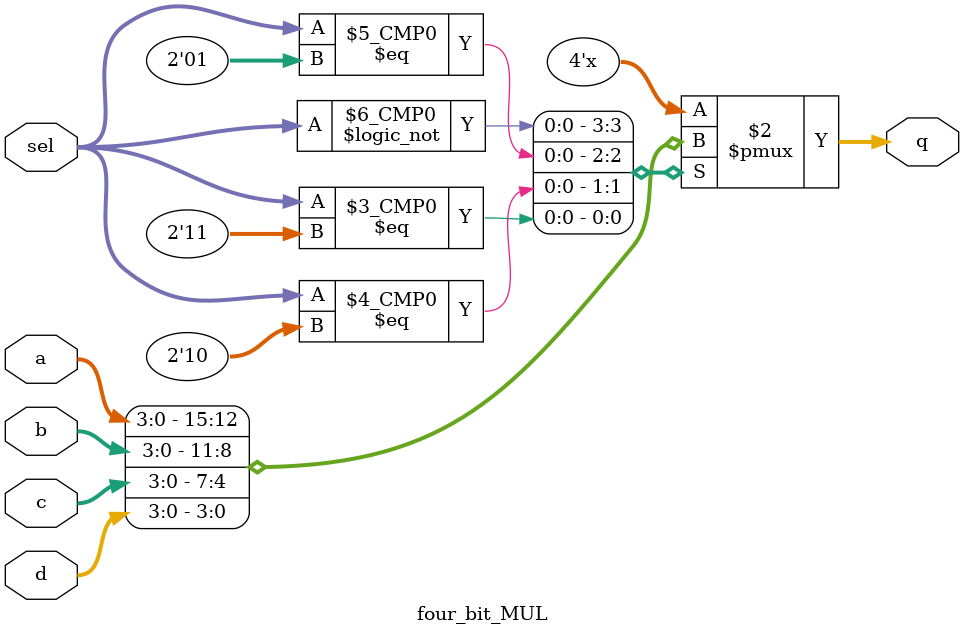
<source format=v>
module four_bit_MUL (sel, a, b, c, d, q);
	// ==============in out dec=============//
	input [1:0]sel;
	input [3:0]a;		// 4 bits for inputs and output
	input [3:0]b;
	input [3:0]c;
	input [3:0]d;
	
	output reg [3:0]q;
	
	always @ (sel) begin  
      case (sel)  
         2'b00 : q <= a;  
         2'b01 : q <= b;  
         2'b10 : q <= c;  
         2'b11 : q <= d;  
      endcase  
   end  
endmodule
</source>
